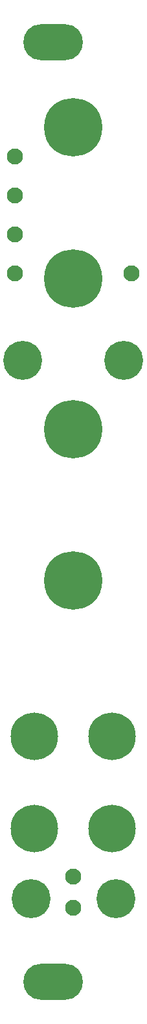
<source format=gbs>
G04 DipTrace 3.3.0.0*
G04 uPeaks_panel.GBS*
%MOIN*%
G04 #@! TF.FileFunction,Soldermask,Bot*
G04 #@! TF.Part,Single*
%ADD18C,0.244094*%
%ADD19C,0.2*%
%ADD20C,0.3*%
%ADD21C,0.082677*%
%ADD24O,0.307213X0.185165*%
%FSLAX26Y26*%
G04*
G70*
G90*
G75*
G01*
G04 BotMask*
%LPD*%
D18*
X992000Y1294000D3*
X592000Y1769000D3*
X992000D3*
D19*
X1009500Y933300D3*
D20*
X792000Y3344000D3*
Y4119000D3*
Y4894000D3*
D19*
X1052039Y3698291D3*
X531921D3*
D21*
X792000Y887751D3*
Y1048699D3*
X492000Y4144000D3*
Y4344000D3*
Y4544000D3*
Y4744000D3*
X1092000Y4144000D3*
D18*
X592000Y1294000D3*
D20*
X792000Y2569000D3*
D19*
X575199Y932700D3*
D24*
X685749Y508665D3*
Y5331500D3*
M02*

</source>
